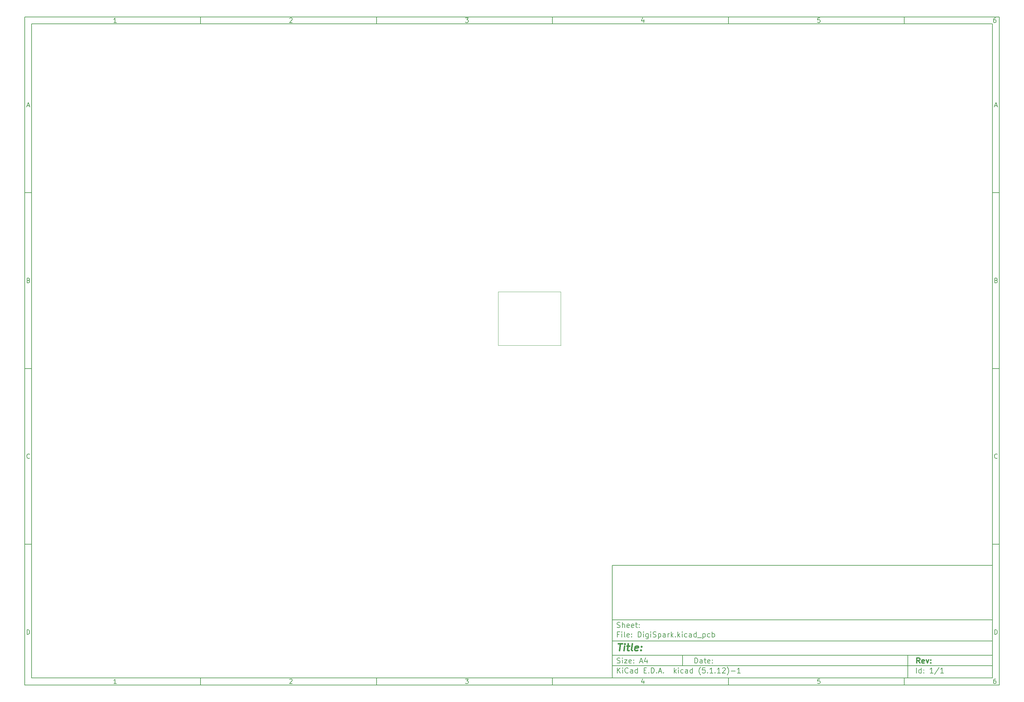
<source format=gbr>
%TF.GenerationSoftware,KiCad,Pcbnew,(5.1.12)-1*%
%TF.CreationDate,2022-07-31T01:05:36+09:00*%
%TF.ProjectId,DigiSpark,44696769-5370-4617-926b-2e6b69636164,rev?*%
%TF.SameCoordinates,Original*%
%TF.FileFunction,Profile,NP*%
%FSLAX46Y46*%
G04 Gerber Fmt 4.6, Leading zero omitted, Abs format (unit mm)*
G04 Created by KiCad (PCBNEW (5.1.12)-1) date 2022-07-31 01:05:36*
%MOMM*%
%LPD*%
G01*
G04 APERTURE LIST*
%ADD10C,0.100000*%
%ADD11C,0.150000*%
%ADD12C,0.300000*%
%ADD13C,0.400000*%
%TA.AperFunction,Profile*%
%ADD14C,0.050000*%
%TD*%
G04 APERTURE END LIST*
D10*
D11*
X177002200Y-166007200D02*
X177002200Y-198007200D01*
X285002200Y-198007200D01*
X285002200Y-166007200D01*
X177002200Y-166007200D01*
D10*
D11*
X10000000Y-10000000D02*
X10000000Y-200007200D01*
X287002200Y-200007200D01*
X287002200Y-10000000D01*
X10000000Y-10000000D01*
D10*
D11*
X12000000Y-12000000D02*
X12000000Y-198007200D01*
X285002200Y-198007200D01*
X285002200Y-12000000D01*
X12000000Y-12000000D01*
D10*
D11*
X60000000Y-12000000D02*
X60000000Y-10000000D01*
D10*
D11*
X110000000Y-12000000D02*
X110000000Y-10000000D01*
D10*
D11*
X160000000Y-12000000D02*
X160000000Y-10000000D01*
D10*
D11*
X210000000Y-12000000D02*
X210000000Y-10000000D01*
D10*
D11*
X260000000Y-12000000D02*
X260000000Y-10000000D01*
D10*
D11*
X36065476Y-11588095D02*
X35322619Y-11588095D01*
X35694047Y-11588095D02*
X35694047Y-10288095D01*
X35570238Y-10473809D01*
X35446428Y-10597619D01*
X35322619Y-10659523D01*
D10*
D11*
X85322619Y-10411904D02*
X85384523Y-10350000D01*
X85508333Y-10288095D01*
X85817857Y-10288095D01*
X85941666Y-10350000D01*
X86003571Y-10411904D01*
X86065476Y-10535714D01*
X86065476Y-10659523D01*
X86003571Y-10845238D01*
X85260714Y-11588095D01*
X86065476Y-11588095D01*
D10*
D11*
X135260714Y-10288095D02*
X136065476Y-10288095D01*
X135632142Y-10783333D01*
X135817857Y-10783333D01*
X135941666Y-10845238D01*
X136003571Y-10907142D01*
X136065476Y-11030952D01*
X136065476Y-11340476D01*
X136003571Y-11464285D01*
X135941666Y-11526190D01*
X135817857Y-11588095D01*
X135446428Y-11588095D01*
X135322619Y-11526190D01*
X135260714Y-11464285D01*
D10*
D11*
X185941666Y-10721428D02*
X185941666Y-11588095D01*
X185632142Y-10226190D02*
X185322619Y-11154761D01*
X186127380Y-11154761D01*
D10*
D11*
X236003571Y-10288095D02*
X235384523Y-10288095D01*
X235322619Y-10907142D01*
X235384523Y-10845238D01*
X235508333Y-10783333D01*
X235817857Y-10783333D01*
X235941666Y-10845238D01*
X236003571Y-10907142D01*
X236065476Y-11030952D01*
X236065476Y-11340476D01*
X236003571Y-11464285D01*
X235941666Y-11526190D01*
X235817857Y-11588095D01*
X235508333Y-11588095D01*
X235384523Y-11526190D01*
X235322619Y-11464285D01*
D10*
D11*
X285941666Y-10288095D02*
X285694047Y-10288095D01*
X285570238Y-10350000D01*
X285508333Y-10411904D01*
X285384523Y-10597619D01*
X285322619Y-10845238D01*
X285322619Y-11340476D01*
X285384523Y-11464285D01*
X285446428Y-11526190D01*
X285570238Y-11588095D01*
X285817857Y-11588095D01*
X285941666Y-11526190D01*
X286003571Y-11464285D01*
X286065476Y-11340476D01*
X286065476Y-11030952D01*
X286003571Y-10907142D01*
X285941666Y-10845238D01*
X285817857Y-10783333D01*
X285570238Y-10783333D01*
X285446428Y-10845238D01*
X285384523Y-10907142D01*
X285322619Y-11030952D01*
D10*
D11*
X60000000Y-198007200D02*
X60000000Y-200007200D01*
D10*
D11*
X110000000Y-198007200D02*
X110000000Y-200007200D01*
D10*
D11*
X160000000Y-198007200D02*
X160000000Y-200007200D01*
D10*
D11*
X210000000Y-198007200D02*
X210000000Y-200007200D01*
D10*
D11*
X260000000Y-198007200D02*
X260000000Y-200007200D01*
D10*
D11*
X36065476Y-199595295D02*
X35322619Y-199595295D01*
X35694047Y-199595295D02*
X35694047Y-198295295D01*
X35570238Y-198481009D01*
X35446428Y-198604819D01*
X35322619Y-198666723D01*
D10*
D11*
X85322619Y-198419104D02*
X85384523Y-198357200D01*
X85508333Y-198295295D01*
X85817857Y-198295295D01*
X85941666Y-198357200D01*
X86003571Y-198419104D01*
X86065476Y-198542914D01*
X86065476Y-198666723D01*
X86003571Y-198852438D01*
X85260714Y-199595295D01*
X86065476Y-199595295D01*
D10*
D11*
X135260714Y-198295295D02*
X136065476Y-198295295D01*
X135632142Y-198790533D01*
X135817857Y-198790533D01*
X135941666Y-198852438D01*
X136003571Y-198914342D01*
X136065476Y-199038152D01*
X136065476Y-199347676D01*
X136003571Y-199471485D01*
X135941666Y-199533390D01*
X135817857Y-199595295D01*
X135446428Y-199595295D01*
X135322619Y-199533390D01*
X135260714Y-199471485D01*
D10*
D11*
X185941666Y-198728628D02*
X185941666Y-199595295D01*
X185632142Y-198233390D02*
X185322619Y-199161961D01*
X186127380Y-199161961D01*
D10*
D11*
X236003571Y-198295295D02*
X235384523Y-198295295D01*
X235322619Y-198914342D01*
X235384523Y-198852438D01*
X235508333Y-198790533D01*
X235817857Y-198790533D01*
X235941666Y-198852438D01*
X236003571Y-198914342D01*
X236065476Y-199038152D01*
X236065476Y-199347676D01*
X236003571Y-199471485D01*
X235941666Y-199533390D01*
X235817857Y-199595295D01*
X235508333Y-199595295D01*
X235384523Y-199533390D01*
X235322619Y-199471485D01*
D10*
D11*
X285941666Y-198295295D02*
X285694047Y-198295295D01*
X285570238Y-198357200D01*
X285508333Y-198419104D01*
X285384523Y-198604819D01*
X285322619Y-198852438D01*
X285322619Y-199347676D01*
X285384523Y-199471485D01*
X285446428Y-199533390D01*
X285570238Y-199595295D01*
X285817857Y-199595295D01*
X285941666Y-199533390D01*
X286003571Y-199471485D01*
X286065476Y-199347676D01*
X286065476Y-199038152D01*
X286003571Y-198914342D01*
X285941666Y-198852438D01*
X285817857Y-198790533D01*
X285570238Y-198790533D01*
X285446428Y-198852438D01*
X285384523Y-198914342D01*
X285322619Y-199038152D01*
D10*
D11*
X10000000Y-60000000D02*
X12000000Y-60000000D01*
D10*
D11*
X10000000Y-110000000D02*
X12000000Y-110000000D01*
D10*
D11*
X10000000Y-160000000D02*
X12000000Y-160000000D01*
D10*
D11*
X10690476Y-35216666D02*
X11309523Y-35216666D01*
X10566666Y-35588095D02*
X11000000Y-34288095D01*
X11433333Y-35588095D01*
D10*
D11*
X11092857Y-84907142D02*
X11278571Y-84969047D01*
X11340476Y-85030952D01*
X11402380Y-85154761D01*
X11402380Y-85340476D01*
X11340476Y-85464285D01*
X11278571Y-85526190D01*
X11154761Y-85588095D01*
X10659523Y-85588095D01*
X10659523Y-84288095D01*
X11092857Y-84288095D01*
X11216666Y-84350000D01*
X11278571Y-84411904D01*
X11340476Y-84535714D01*
X11340476Y-84659523D01*
X11278571Y-84783333D01*
X11216666Y-84845238D01*
X11092857Y-84907142D01*
X10659523Y-84907142D01*
D10*
D11*
X11402380Y-135464285D02*
X11340476Y-135526190D01*
X11154761Y-135588095D01*
X11030952Y-135588095D01*
X10845238Y-135526190D01*
X10721428Y-135402380D01*
X10659523Y-135278571D01*
X10597619Y-135030952D01*
X10597619Y-134845238D01*
X10659523Y-134597619D01*
X10721428Y-134473809D01*
X10845238Y-134350000D01*
X11030952Y-134288095D01*
X11154761Y-134288095D01*
X11340476Y-134350000D01*
X11402380Y-134411904D01*
D10*
D11*
X10659523Y-185588095D02*
X10659523Y-184288095D01*
X10969047Y-184288095D01*
X11154761Y-184350000D01*
X11278571Y-184473809D01*
X11340476Y-184597619D01*
X11402380Y-184845238D01*
X11402380Y-185030952D01*
X11340476Y-185278571D01*
X11278571Y-185402380D01*
X11154761Y-185526190D01*
X10969047Y-185588095D01*
X10659523Y-185588095D01*
D10*
D11*
X287002200Y-60000000D02*
X285002200Y-60000000D01*
D10*
D11*
X287002200Y-110000000D02*
X285002200Y-110000000D01*
D10*
D11*
X287002200Y-160000000D02*
X285002200Y-160000000D01*
D10*
D11*
X285692676Y-35216666D02*
X286311723Y-35216666D01*
X285568866Y-35588095D02*
X286002200Y-34288095D01*
X286435533Y-35588095D01*
D10*
D11*
X286095057Y-84907142D02*
X286280771Y-84969047D01*
X286342676Y-85030952D01*
X286404580Y-85154761D01*
X286404580Y-85340476D01*
X286342676Y-85464285D01*
X286280771Y-85526190D01*
X286156961Y-85588095D01*
X285661723Y-85588095D01*
X285661723Y-84288095D01*
X286095057Y-84288095D01*
X286218866Y-84350000D01*
X286280771Y-84411904D01*
X286342676Y-84535714D01*
X286342676Y-84659523D01*
X286280771Y-84783333D01*
X286218866Y-84845238D01*
X286095057Y-84907142D01*
X285661723Y-84907142D01*
D10*
D11*
X286404580Y-135464285D02*
X286342676Y-135526190D01*
X286156961Y-135588095D01*
X286033152Y-135588095D01*
X285847438Y-135526190D01*
X285723628Y-135402380D01*
X285661723Y-135278571D01*
X285599819Y-135030952D01*
X285599819Y-134845238D01*
X285661723Y-134597619D01*
X285723628Y-134473809D01*
X285847438Y-134350000D01*
X286033152Y-134288095D01*
X286156961Y-134288095D01*
X286342676Y-134350000D01*
X286404580Y-134411904D01*
D10*
D11*
X285661723Y-185588095D02*
X285661723Y-184288095D01*
X285971247Y-184288095D01*
X286156961Y-184350000D01*
X286280771Y-184473809D01*
X286342676Y-184597619D01*
X286404580Y-184845238D01*
X286404580Y-185030952D01*
X286342676Y-185278571D01*
X286280771Y-185402380D01*
X286156961Y-185526190D01*
X285971247Y-185588095D01*
X285661723Y-185588095D01*
D10*
D11*
X200434342Y-193785771D02*
X200434342Y-192285771D01*
X200791485Y-192285771D01*
X201005771Y-192357200D01*
X201148628Y-192500057D01*
X201220057Y-192642914D01*
X201291485Y-192928628D01*
X201291485Y-193142914D01*
X201220057Y-193428628D01*
X201148628Y-193571485D01*
X201005771Y-193714342D01*
X200791485Y-193785771D01*
X200434342Y-193785771D01*
X202577200Y-193785771D02*
X202577200Y-193000057D01*
X202505771Y-192857200D01*
X202362914Y-192785771D01*
X202077200Y-192785771D01*
X201934342Y-192857200D01*
X202577200Y-193714342D02*
X202434342Y-193785771D01*
X202077200Y-193785771D01*
X201934342Y-193714342D01*
X201862914Y-193571485D01*
X201862914Y-193428628D01*
X201934342Y-193285771D01*
X202077200Y-193214342D01*
X202434342Y-193214342D01*
X202577200Y-193142914D01*
X203077200Y-192785771D02*
X203648628Y-192785771D01*
X203291485Y-192285771D02*
X203291485Y-193571485D01*
X203362914Y-193714342D01*
X203505771Y-193785771D01*
X203648628Y-193785771D01*
X204720057Y-193714342D02*
X204577200Y-193785771D01*
X204291485Y-193785771D01*
X204148628Y-193714342D01*
X204077200Y-193571485D01*
X204077200Y-193000057D01*
X204148628Y-192857200D01*
X204291485Y-192785771D01*
X204577200Y-192785771D01*
X204720057Y-192857200D01*
X204791485Y-193000057D01*
X204791485Y-193142914D01*
X204077200Y-193285771D01*
X205434342Y-193642914D02*
X205505771Y-193714342D01*
X205434342Y-193785771D01*
X205362914Y-193714342D01*
X205434342Y-193642914D01*
X205434342Y-193785771D01*
X205434342Y-192857200D02*
X205505771Y-192928628D01*
X205434342Y-193000057D01*
X205362914Y-192928628D01*
X205434342Y-192857200D01*
X205434342Y-193000057D01*
D10*
D11*
X177002200Y-194507200D02*
X285002200Y-194507200D01*
D10*
D11*
X178434342Y-196585771D02*
X178434342Y-195085771D01*
X179291485Y-196585771D02*
X178648628Y-195728628D01*
X179291485Y-195085771D02*
X178434342Y-195942914D01*
X179934342Y-196585771D02*
X179934342Y-195585771D01*
X179934342Y-195085771D02*
X179862914Y-195157200D01*
X179934342Y-195228628D01*
X180005771Y-195157200D01*
X179934342Y-195085771D01*
X179934342Y-195228628D01*
X181505771Y-196442914D02*
X181434342Y-196514342D01*
X181220057Y-196585771D01*
X181077200Y-196585771D01*
X180862914Y-196514342D01*
X180720057Y-196371485D01*
X180648628Y-196228628D01*
X180577200Y-195942914D01*
X180577200Y-195728628D01*
X180648628Y-195442914D01*
X180720057Y-195300057D01*
X180862914Y-195157200D01*
X181077200Y-195085771D01*
X181220057Y-195085771D01*
X181434342Y-195157200D01*
X181505771Y-195228628D01*
X182791485Y-196585771D02*
X182791485Y-195800057D01*
X182720057Y-195657200D01*
X182577200Y-195585771D01*
X182291485Y-195585771D01*
X182148628Y-195657200D01*
X182791485Y-196514342D02*
X182648628Y-196585771D01*
X182291485Y-196585771D01*
X182148628Y-196514342D01*
X182077200Y-196371485D01*
X182077200Y-196228628D01*
X182148628Y-196085771D01*
X182291485Y-196014342D01*
X182648628Y-196014342D01*
X182791485Y-195942914D01*
X184148628Y-196585771D02*
X184148628Y-195085771D01*
X184148628Y-196514342D02*
X184005771Y-196585771D01*
X183720057Y-196585771D01*
X183577200Y-196514342D01*
X183505771Y-196442914D01*
X183434342Y-196300057D01*
X183434342Y-195871485D01*
X183505771Y-195728628D01*
X183577200Y-195657200D01*
X183720057Y-195585771D01*
X184005771Y-195585771D01*
X184148628Y-195657200D01*
X186005771Y-195800057D02*
X186505771Y-195800057D01*
X186720057Y-196585771D02*
X186005771Y-196585771D01*
X186005771Y-195085771D01*
X186720057Y-195085771D01*
X187362914Y-196442914D02*
X187434342Y-196514342D01*
X187362914Y-196585771D01*
X187291485Y-196514342D01*
X187362914Y-196442914D01*
X187362914Y-196585771D01*
X188077200Y-196585771D02*
X188077200Y-195085771D01*
X188434342Y-195085771D01*
X188648628Y-195157200D01*
X188791485Y-195300057D01*
X188862914Y-195442914D01*
X188934342Y-195728628D01*
X188934342Y-195942914D01*
X188862914Y-196228628D01*
X188791485Y-196371485D01*
X188648628Y-196514342D01*
X188434342Y-196585771D01*
X188077200Y-196585771D01*
X189577200Y-196442914D02*
X189648628Y-196514342D01*
X189577200Y-196585771D01*
X189505771Y-196514342D01*
X189577200Y-196442914D01*
X189577200Y-196585771D01*
X190220057Y-196157200D02*
X190934342Y-196157200D01*
X190077200Y-196585771D02*
X190577200Y-195085771D01*
X191077200Y-196585771D01*
X191577200Y-196442914D02*
X191648628Y-196514342D01*
X191577200Y-196585771D01*
X191505771Y-196514342D01*
X191577200Y-196442914D01*
X191577200Y-196585771D01*
X194577200Y-196585771D02*
X194577200Y-195085771D01*
X194720057Y-196014342D02*
X195148628Y-196585771D01*
X195148628Y-195585771D02*
X194577200Y-196157200D01*
X195791485Y-196585771D02*
X195791485Y-195585771D01*
X195791485Y-195085771D02*
X195720057Y-195157200D01*
X195791485Y-195228628D01*
X195862914Y-195157200D01*
X195791485Y-195085771D01*
X195791485Y-195228628D01*
X197148628Y-196514342D02*
X197005771Y-196585771D01*
X196720057Y-196585771D01*
X196577200Y-196514342D01*
X196505771Y-196442914D01*
X196434342Y-196300057D01*
X196434342Y-195871485D01*
X196505771Y-195728628D01*
X196577200Y-195657200D01*
X196720057Y-195585771D01*
X197005771Y-195585771D01*
X197148628Y-195657200D01*
X198434342Y-196585771D02*
X198434342Y-195800057D01*
X198362914Y-195657200D01*
X198220057Y-195585771D01*
X197934342Y-195585771D01*
X197791485Y-195657200D01*
X198434342Y-196514342D02*
X198291485Y-196585771D01*
X197934342Y-196585771D01*
X197791485Y-196514342D01*
X197720057Y-196371485D01*
X197720057Y-196228628D01*
X197791485Y-196085771D01*
X197934342Y-196014342D01*
X198291485Y-196014342D01*
X198434342Y-195942914D01*
X199791485Y-196585771D02*
X199791485Y-195085771D01*
X199791485Y-196514342D02*
X199648628Y-196585771D01*
X199362914Y-196585771D01*
X199220057Y-196514342D01*
X199148628Y-196442914D01*
X199077200Y-196300057D01*
X199077200Y-195871485D01*
X199148628Y-195728628D01*
X199220057Y-195657200D01*
X199362914Y-195585771D01*
X199648628Y-195585771D01*
X199791485Y-195657200D01*
X202077200Y-197157200D02*
X202005771Y-197085771D01*
X201862914Y-196871485D01*
X201791485Y-196728628D01*
X201720057Y-196514342D01*
X201648628Y-196157200D01*
X201648628Y-195871485D01*
X201720057Y-195514342D01*
X201791485Y-195300057D01*
X201862914Y-195157200D01*
X202005771Y-194942914D01*
X202077200Y-194871485D01*
X203362914Y-195085771D02*
X202648628Y-195085771D01*
X202577200Y-195800057D01*
X202648628Y-195728628D01*
X202791485Y-195657200D01*
X203148628Y-195657200D01*
X203291485Y-195728628D01*
X203362914Y-195800057D01*
X203434342Y-195942914D01*
X203434342Y-196300057D01*
X203362914Y-196442914D01*
X203291485Y-196514342D01*
X203148628Y-196585771D01*
X202791485Y-196585771D01*
X202648628Y-196514342D01*
X202577200Y-196442914D01*
X204077200Y-196442914D02*
X204148628Y-196514342D01*
X204077200Y-196585771D01*
X204005771Y-196514342D01*
X204077200Y-196442914D01*
X204077200Y-196585771D01*
X205577200Y-196585771D02*
X204720057Y-196585771D01*
X205148628Y-196585771D02*
X205148628Y-195085771D01*
X205005771Y-195300057D01*
X204862914Y-195442914D01*
X204720057Y-195514342D01*
X206220057Y-196442914D02*
X206291485Y-196514342D01*
X206220057Y-196585771D01*
X206148628Y-196514342D01*
X206220057Y-196442914D01*
X206220057Y-196585771D01*
X207720057Y-196585771D02*
X206862914Y-196585771D01*
X207291485Y-196585771D02*
X207291485Y-195085771D01*
X207148628Y-195300057D01*
X207005771Y-195442914D01*
X206862914Y-195514342D01*
X208291485Y-195228628D02*
X208362914Y-195157200D01*
X208505771Y-195085771D01*
X208862914Y-195085771D01*
X209005771Y-195157200D01*
X209077200Y-195228628D01*
X209148628Y-195371485D01*
X209148628Y-195514342D01*
X209077200Y-195728628D01*
X208220057Y-196585771D01*
X209148628Y-196585771D01*
X209648628Y-197157200D02*
X209720057Y-197085771D01*
X209862914Y-196871485D01*
X209934342Y-196728628D01*
X210005771Y-196514342D01*
X210077200Y-196157200D01*
X210077200Y-195871485D01*
X210005771Y-195514342D01*
X209934342Y-195300057D01*
X209862914Y-195157200D01*
X209720057Y-194942914D01*
X209648628Y-194871485D01*
X210791485Y-196014342D02*
X211934342Y-196014342D01*
X213434342Y-196585771D02*
X212577200Y-196585771D01*
X213005771Y-196585771D02*
X213005771Y-195085771D01*
X212862914Y-195300057D01*
X212720057Y-195442914D01*
X212577200Y-195514342D01*
D10*
D11*
X177002200Y-191507200D02*
X285002200Y-191507200D01*
D10*
D12*
X264411485Y-193785771D02*
X263911485Y-193071485D01*
X263554342Y-193785771D02*
X263554342Y-192285771D01*
X264125771Y-192285771D01*
X264268628Y-192357200D01*
X264340057Y-192428628D01*
X264411485Y-192571485D01*
X264411485Y-192785771D01*
X264340057Y-192928628D01*
X264268628Y-193000057D01*
X264125771Y-193071485D01*
X263554342Y-193071485D01*
X265625771Y-193714342D02*
X265482914Y-193785771D01*
X265197200Y-193785771D01*
X265054342Y-193714342D01*
X264982914Y-193571485D01*
X264982914Y-193000057D01*
X265054342Y-192857200D01*
X265197200Y-192785771D01*
X265482914Y-192785771D01*
X265625771Y-192857200D01*
X265697200Y-193000057D01*
X265697200Y-193142914D01*
X264982914Y-193285771D01*
X266197200Y-192785771D02*
X266554342Y-193785771D01*
X266911485Y-192785771D01*
X267482914Y-193642914D02*
X267554342Y-193714342D01*
X267482914Y-193785771D01*
X267411485Y-193714342D01*
X267482914Y-193642914D01*
X267482914Y-193785771D01*
X267482914Y-192857200D02*
X267554342Y-192928628D01*
X267482914Y-193000057D01*
X267411485Y-192928628D01*
X267482914Y-192857200D01*
X267482914Y-193000057D01*
D10*
D11*
X178362914Y-193714342D02*
X178577200Y-193785771D01*
X178934342Y-193785771D01*
X179077200Y-193714342D01*
X179148628Y-193642914D01*
X179220057Y-193500057D01*
X179220057Y-193357200D01*
X179148628Y-193214342D01*
X179077200Y-193142914D01*
X178934342Y-193071485D01*
X178648628Y-193000057D01*
X178505771Y-192928628D01*
X178434342Y-192857200D01*
X178362914Y-192714342D01*
X178362914Y-192571485D01*
X178434342Y-192428628D01*
X178505771Y-192357200D01*
X178648628Y-192285771D01*
X179005771Y-192285771D01*
X179220057Y-192357200D01*
X179862914Y-193785771D02*
X179862914Y-192785771D01*
X179862914Y-192285771D02*
X179791485Y-192357200D01*
X179862914Y-192428628D01*
X179934342Y-192357200D01*
X179862914Y-192285771D01*
X179862914Y-192428628D01*
X180434342Y-192785771D02*
X181220057Y-192785771D01*
X180434342Y-193785771D01*
X181220057Y-193785771D01*
X182362914Y-193714342D02*
X182220057Y-193785771D01*
X181934342Y-193785771D01*
X181791485Y-193714342D01*
X181720057Y-193571485D01*
X181720057Y-193000057D01*
X181791485Y-192857200D01*
X181934342Y-192785771D01*
X182220057Y-192785771D01*
X182362914Y-192857200D01*
X182434342Y-193000057D01*
X182434342Y-193142914D01*
X181720057Y-193285771D01*
X183077200Y-193642914D02*
X183148628Y-193714342D01*
X183077200Y-193785771D01*
X183005771Y-193714342D01*
X183077200Y-193642914D01*
X183077200Y-193785771D01*
X183077200Y-192857200D02*
X183148628Y-192928628D01*
X183077200Y-193000057D01*
X183005771Y-192928628D01*
X183077200Y-192857200D01*
X183077200Y-193000057D01*
X184862914Y-193357200D02*
X185577200Y-193357200D01*
X184720057Y-193785771D02*
X185220057Y-192285771D01*
X185720057Y-193785771D01*
X186862914Y-192785771D02*
X186862914Y-193785771D01*
X186505771Y-192214342D02*
X186148628Y-193285771D01*
X187077200Y-193285771D01*
D10*
D11*
X263434342Y-196585771D02*
X263434342Y-195085771D01*
X264791485Y-196585771D02*
X264791485Y-195085771D01*
X264791485Y-196514342D02*
X264648628Y-196585771D01*
X264362914Y-196585771D01*
X264220057Y-196514342D01*
X264148628Y-196442914D01*
X264077200Y-196300057D01*
X264077200Y-195871485D01*
X264148628Y-195728628D01*
X264220057Y-195657200D01*
X264362914Y-195585771D01*
X264648628Y-195585771D01*
X264791485Y-195657200D01*
X265505771Y-196442914D02*
X265577200Y-196514342D01*
X265505771Y-196585771D01*
X265434342Y-196514342D01*
X265505771Y-196442914D01*
X265505771Y-196585771D01*
X265505771Y-195657200D02*
X265577200Y-195728628D01*
X265505771Y-195800057D01*
X265434342Y-195728628D01*
X265505771Y-195657200D01*
X265505771Y-195800057D01*
X268148628Y-196585771D02*
X267291485Y-196585771D01*
X267720057Y-196585771D02*
X267720057Y-195085771D01*
X267577200Y-195300057D01*
X267434342Y-195442914D01*
X267291485Y-195514342D01*
X269862914Y-195014342D02*
X268577200Y-196942914D01*
X271148628Y-196585771D02*
X270291485Y-196585771D01*
X270720057Y-196585771D02*
X270720057Y-195085771D01*
X270577200Y-195300057D01*
X270434342Y-195442914D01*
X270291485Y-195514342D01*
D10*
D11*
X177002200Y-187507200D02*
X285002200Y-187507200D01*
D10*
D13*
X178714580Y-188211961D02*
X179857438Y-188211961D01*
X179036009Y-190211961D02*
X179286009Y-188211961D01*
X180274104Y-190211961D02*
X180440771Y-188878628D01*
X180524104Y-188211961D02*
X180416961Y-188307200D01*
X180500295Y-188402438D01*
X180607438Y-188307200D01*
X180524104Y-188211961D01*
X180500295Y-188402438D01*
X181107438Y-188878628D02*
X181869342Y-188878628D01*
X181476485Y-188211961D02*
X181262200Y-189926247D01*
X181333628Y-190116723D01*
X181512200Y-190211961D01*
X181702676Y-190211961D01*
X182655057Y-190211961D02*
X182476485Y-190116723D01*
X182405057Y-189926247D01*
X182619342Y-188211961D01*
X184190771Y-190116723D02*
X183988390Y-190211961D01*
X183607438Y-190211961D01*
X183428866Y-190116723D01*
X183357438Y-189926247D01*
X183452676Y-189164342D01*
X183571723Y-188973866D01*
X183774104Y-188878628D01*
X184155057Y-188878628D01*
X184333628Y-188973866D01*
X184405057Y-189164342D01*
X184381247Y-189354819D01*
X183405057Y-189545295D01*
X185155057Y-190021485D02*
X185238390Y-190116723D01*
X185131247Y-190211961D01*
X185047914Y-190116723D01*
X185155057Y-190021485D01*
X185131247Y-190211961D01*
X185286009Y-188973866D02*
X185369342Y-189069104D01*
X185262200Y-189164342D01*
X185178866Y-189069104D01*
X185286009Y-188973866D01*
X185262200Y-189164342D01*
D10*
D11*
X178934342Y-185600057D02*
X178434342Y-185600057D01*
X178434342Y-186385771D02*
X178434342Y-184885771D01*
X179148628Y-184885771D01*
X179720057Y-186385771D02*
X179720057Y-185385771D01*
X179720057Y-184885771D02*
X179648628Y-184957200D01*
X179720057Y-185028628D01*
X179791485Y-184957200D01*
X179720057Y-184885771D01*
X179720057Y-185028628D01*
X180648628Y-186385771D02*
X180505771Y-186314342D01*
X180434342Y-186171485D01*
X180434342Y-184885771D01*
X181791485Y-186314342D02*
X181648628Y-186385771D01*
X181362914Y-186385771D01*
X181220057Y-186314342D01*
X181148628Y-186171485D01*
X181148628Y-185600057D01*
X181220057Y-185457200D01*
X181362914Y-185385771D01*
X181648628Y-185385771D01*
X181791485Y-185457200D01*
X181862914Y-185600057D01*
X181862914Y-185742914D01*
X181148628Y-185885771D01*
X182505771Y-186242914D02*
X182577200Y-186314342D01*
X182505771Y-186385771D01*
X182434342Y-186314342D01*
X182505771Y-186242914D01*
X182505771Y-186385771D01*
X182505771Y-185457200D02*
X182577200Y-185528628D01*
X182505771Y-185600057D01*
X182434342Y-185528628D01*
X182505771Y-185457200D01*
X182505771Y-185600057D01*
X184362914Y-186385771D02*
X184362914Y-184885771D01*
X184720057Y-184885771D01*
X184934342Y-184957200D01*
X185077200Y-185100057D01*
X185148628Y-185242914D01*
X185220057Y-185528628D01*
X185220057Y-185742914D01*
X185148628Y-186028628D01*
X185077200Y-186171485D01*
X184934342Y-186314342D01*
X184720057Y-186385771D01*
X184362914Y-186385771D01*
X185862914Y-186385771D02*
X185862914Y-185385771D01*
X185862914Y-184885771D02*
X185791485Y-184957200D01*
X185862914Y-185028628D01*
X185934342Y-184957200D01*
X185862914Y-184885771D01*
X185862914Y-185028628D01*
X187220057Y-185385771D02*
X187220057Y-186600057D01*
X187148628Y-186742914D01*
X187077200Y-186814342D01*
X186934342Y-186885771D01*
X186720057Y-186885771D01*
X186577200Y-186814342D01*
X187220057Y-186314342D02*
X187077200Y-186385771D01*
X186791485Y-186385771D01*
X186648628Y-186314342D01*
X186577200Y-186242914D01*
X186505771Y-186100057D01*
X186505771Y-185671485D01*
X186577200Y-185528628D01*
X186648628Y-185457200D01*
X186791485Y-185385771D01*
X187077200Y-185385771D01*
X187220057Y-185457200D01*
X187934342Y-186385771D02*
X187934342Y-185385771D01*
X187934342Y-184885771D02*
X187862914Y-184957200D01*
X187934342Y-185028628D01*
X188005771Y-184957200D01*
X187934342Y-184885771D01*
X187934342Y-185028628D01*
X188577200Y-186314342D02*
X188791485Y-186385771D01*
X189148628Y-186385771D01*
X189291485Y-186314342D01*
X189362914Y-186242914D01*
X189434342Y-186100057D01*
X189434342Y-185957200D01*
X189362914Y-185814342D01*
X189291485Y-185742914D01*
X189148628Y-185671485D01*
X188862914Y-185600057D01*
X188720057Y-185528628D01*
X188648628Y-185457200D01*
X188577200Y-185314342D01*
X188577200Y-185171485D01*
X188648628Y-185028628D01*
X188720057Y-184957200D01*
X188862914Y-184885771D01*
X189220057Y-184885771D01*
X189434342Y-184957200D01*
X190077200Y-185385771D02*
X190077200Y-186885771D01*
X190077200Y-185457200D02*
X190220057Y-185385771D01*
X190505771Y-185385771D01*
X190648628Y-185457200D01*
X190720057Y-185528628D01*
X190791485Y-185671485D01*
X190791485Y-186100057D01*
X190720057Y-186242914D01*
X190648628Y-186314342D01*
X190505771Y-186385771D01*
X190220057Y-186385771D01*
X190077200Y-186314342D01*
X192077200Y-186385771D02*
X192077200Y-185600057D01*
X192005771Y-185457200D01*
X191862914Y-185385771D01*
X191577200Y-185385771D01*
X191434342Y-185457200D01*
X192077200Y-186314342D02*
X191934342Y-186385771D01*
X191577200Y-186385771D01*
X191434342Y-186314342D01*
X191362914Y-186171485D01*
X191362914Y-186028628D01*
X191434342Y-185885771D01*
X191577200Y-185814342D01*
X191934342Y-185814342D01*
X192077200Y-185742914D01*
X192791485Y-186385771D02*
X192791485Y-185385771D01*
X192791485Y-185671485D02*
X192862914Y-185528628D01*
X192934342Y-185457200D01*
X193077200Y-185385771D01*
X193220057Y-185385771D01*
X193720057Y-186385771D02*
X193720057Y-184885771D01*
X193862914Y-185814342D02*
X194291485Y-186385771D01*
X194291485Y-185385771D02*
X193720057Y-185957200D01*
X194934342Y-186242914D02*
X195005771Y-186314342D01*
X194934342Y-186385771D01*
X194862914Y-186314342D01*
X194934342Y-186242914D01*
X194934342Y-186385771D01*
X195648628Y-186385771D02*
X195648628Y-184885771D01*
X195791485Y-185814342D02*
X196220057Y-186385771D01*
X196220057Y-185385771D02*
X195648628Y-185957200D01*
X196862914Y-186385771D02*
X196862914Y-185385771D01*
X196862914Y-184885771D02*
X196791485Y-184957200D01*
X196862914Y-185028628D01*
X196934342Y-184957200D01*
X196862914Y-184885771D01*
X196862914Y-185028628D01*
X198220057Y-186314342D02*
X198077200Y-186385771D01*
X197791485Y-186385771D01*
X197648628Y-186314342D01*
X197577200Y-186242914D01*
X197505771Y-186100057D01*
X197505771Y-185671485D01*
X197577200Y-185528628D01*
X197648628Y-185457200D01*
X197791485Y-185385771D01*
X198077200Y-185385771D01*
X198220057Y-185457200D01*
X199505771Y-186385771D02*
X199505771Y-185600057D01*
X199434342Y-185457200D01*
X199291485Y-185385771D01*
X199005771Y-185385771D01*
X198862914Y-185457200D01*
X199505771Y-186314342D02*
X199362914Y-186385771D01*
X199005771Y-186385771D01*
X198862914Y-186314342D01*
X198791485Y-186171485D01*
X198791485Y-186028628D01*
X198862914Y-185885771D01*
X199005771Y-185814342D01*
X199362914Y-185814342D01*
X199505771Y-185742914D01*
X200862914Y-186385771D02*
X200862914Y-184885771D01*
X200862914Y-186314342D02*
X200720057Y-186385771D01*
X200434342Y-186385771D01*
X200291485Y-186314342D01*
X200220057Y-186242914D01*
X200148628Y-186100057D01*
X200148628Y-185671485D01*
X200220057Y-185528628D01*
X200291485Y-185457200D01*
X200434342Y-185385771D01*
X200720057Y-185385771D01*
X200862914Y-185457200D01*
X201220057Y-186528628D02*
X202362914Y-186528628D01*
X202720057Y-185385771D02*
X202720057Y-186885771D01*
X202720057Y-185457200D02*
X202862914Y-185385771D01*
X203148628Y-185385771D01*
X203291485Y-185457200D01*
X203362914Y-185528628D01*
X203434342Y-185671485D01*
X203434342Y-186100057D01*
X203362914Y-186242914D01*
X203291485Y-186314342D01*
X203148628Y-186385771D01*
X202862914Y-186385771D01*
X202720057Y-186314342D01*
X204720057Y-186314342D02*
X204577200Y-186385771D01*
X204291485Y-186385771D01*
X204148628Y-186314342D01*
X204077200Y-186242914D01*
X204005771Y-186100057D01*
X204005771Y-185671485D01*
X204077200Y-185528628D01*
X204148628Y-185457200D01*
X204291485Y-185385771D01*
X204577200Y-185385771D01*
X204720057Y-185457200D01*
X205362914Y-186385771D02*
X205362914Y-184885771D01*
X205362914Y-185457200D02*
X205505771Y-185385771D01*
X205791485Y-185385771D01*
X205934342Y-185457200D01*
X206005771Y-185528628D01*
X206077200Y-185671485D01*
X206077200Y-186100057D01*
X206005771Y-186242914D01*
X205934342Y-186314342D01*
X205791485Y-186385771D01*
X205505771Y-186385771D01*
X205362914Y-186314342D01*
D10*
D11*
X177002200Y-181507200D02*
X285002200Y-181507200D01*
D10*
D11*
X178362914Y-183614342D02*
X178577200Y-183685771D01*
X178934342Y-183685771D01*
X179077200Y-183614342D01*
X179148628Y-183542914D01*
X179220057Y-183400057D01*
X179220057Y-183257200D01*
X179148628Y-183114342D01*
X179077200Y-183042914D01*
X178934342Y-182971485D01*
X178648628Y-182900057D01*
X178505771Y-182828628D01*
X178434342Y-182757200D01*
X178362914Y-182614342D01*
X178362914Y-182471485D01*
X178434342Y-182328628D01*
X178505771Y-182257200D01*
X178648628Y-182185771D01*
X179005771Y-182185771D01*
X179220057Y-182257200D01*
X179862914Y-183685771D02*
X179862914Y-182185771D01*
X180505771Y-183685771D02*
X180505771Y-182900057D01*
X180434342Y-182757200D01*
X180291485Y-182685771D01*
X180077200Y-182685771D01*
X179934342Y-182757200D01*
X179862914Y-182828628D01*
X181791485Y-183614342D02*
X181648628Y-183685771D01*
X181362914Y-183685771D01*
X181220057Y-183614342D01*
X181148628Y-183471485D01*
X181148628Y-182900057D01*
X181220057Y-182757200D01*
X181362914Y-182685771D01*
X181648628Y-182685771D01*
X181791485Y-182757200D01*
X181862914Y-182900057D01*
X181862914Y-183042914D01*
X181148628Y-183185771D01*
X183077200Y-183614342D02*
X182934342Y-183685771D01*
X182648628Y-183685771D01*
X182505771Y-183614342D01*
X182434342Y-183471485D01*
X182434342Y-182900057D01*
X182505771Y-182757200D01*
X182648628Y-182685771D01*
X182934342Y-182685771D01*
X183077200Y-182757200D01*
X183148628Y-182900057D01*
X183148628Y-183042914D01*
X182434342Y-183185771D01*
X183577200Y-182685771D02*
X184148628Y-182685771D01*
X183791485Y-182185771D02*
X183791485Y-183471485D01*
X183862914Y-183614342D01*
X184005771Y-183685771D01*
X184148628Y-183685771D01*
X184648628Y-183542914D02*
X184720057Y-183614342D01*
X184648628Y-183685771D01*
X184577200Y-183614342D01*
X184648628Y-183542914D01*
X184648628Y-183685771D01*
X184648628Y-182757200D02*
X184720057Y-182828628D01*
X184648628Y-182900057D01*
X184577200Y-182828628D01*
X184648628Y-182757200D01*
X184648628Y-182900057D01*
D10*
D11*
X197002200Y-191507200D02*
X197002200Y-194507200D01*
D10*
D11*
X261002200Y-191507200D02*
X261002200Y-198007200D01*
D14*
X162306000Y-103378000D02*
X162306000Y-88138000D01*
X162306000Y-88138000D02*
X144526000Y-88138000D01*
X144526000Y-103378000D02*
X162433000Y-103378000D01*
X144526000Y-88138000D02*
X144526000Y-103378000D01*
M02*

</source>
